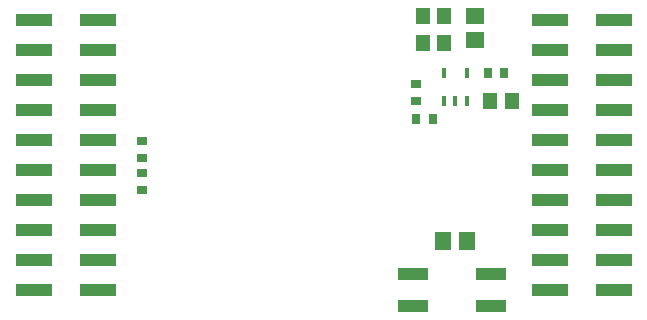
<source format=gtp>
G04*
G04 #@! TF.GenerationSoftware,Altium Limited,Altium Designer,19.0.10 (269)*
G04*
G04 Layer_Color=8421504*
%FSLAX25Y25*%
%MOIN*%
G70*
G01*
G75*
%ADD15R,0.03150X0.03543*%
%ADD16R,0.03543X0.03150*%
%ADD17R,0.04724X0.05512*%
%ADD18R,0.01759X0.03531*%
%ADD19R,0.05512X0.05906*%
%ADD20R,0.10236X0.04331*%
%ADD21R,0.12205X0.03937*%
%ADD22R,0.05906X0.05512*%
D15*
X365414Y326610D02*
D03*
X370926D02*
D03*
X394782Y341884D02*
D03*
X389270D02*
D03*
D16*
X365340Y332590D02*
D03*
Y338102D02*
D03*
X273930Y302894D02*
D03*
Y308406D02*
D03*
X274060Y319162D02*
D03*
Y313650D02*
D03*
D17*
X390120Y332480D02*
D03*
X397207D02*
D03*
X367613Y360920D02*
D03*
X374700D02*
D03*
X367617Y351830D02*
D03*
X374703D02*
D03*
D18*
X374700Y341884D02*
D03*
X382180D02*
D03*
Y332436D02*
D03*
X378440D02*
D03*
X374700D02*
D03*
D19*
X374376Y285750D02*
D03*
X382250D02*
D03*
D20*
X364370Y264210D02*
D03*
Y274840D02*
D03*
X390180Y264205D02*
D03*
Y274835D02*
D03*
D21*
X259130Y309501D02*
D03*
X237870D02*
D03*
X259130Y339501D02*
D03*
X237870D02*
D03*
X259130Y349501D02*
D03*
X237870D02*
D03*
X259130Y359501D02*
D03*
X237870D02*
D03*
Y329501D02*
D03*
X259130D02*
D03*
X237870Y319501D02*
D03*
X259130D02*
D03*
X237870Y299501D02*
D03*
X259130D02*
D03*
X237870Y289501D02*
D03*
X259130D02*
D03*
X237870Y279501D02*
D03*
Y269501D02*
D03*
X259130Y279501D02*
D03*
Y269501D02*
D03*
X431130Y269501D02*
D03*
Y279501D02*
D03*
X409870Y269501D02*
D03*
Y279501D02*
D03*
X431130Y289501D02*
D03*
X409870D02*
D03*
X431130Y299501D02*
D03*
X409870D02*
D03*
X431130Y319501D02*
D03*
X409870D02*
D03*
X431130Y329501D02*
D03*
X409870D02*
D03*
Y359501D02*
D03*
X431130D02*
D03*
X409870Y349501D02*
D03*
X431130D02*
D03*
X409870Y339501D02*
D03*
X431130D02*
D03*
X409870Y309501D02*
D03*
X431130D02*
D03*
D22*
X384870Y352913D02*
D03*
Y360787D02*
D03*
M02*

</source>
